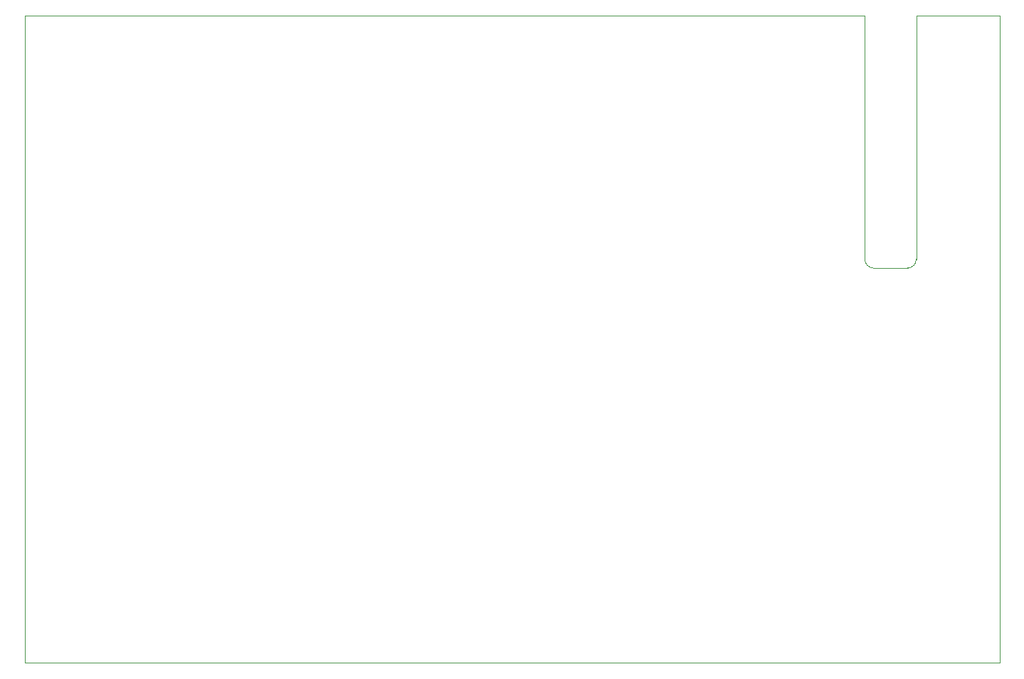
<source format=gm1>
G04 #@! TF.GenerationSoftware,KiCad,Pcbnew,7.0.10*
G04 #@! TF.CreationDate,2024-06-23T16:27:36+09:00*
G04 #@! TF.ProjectId,sss,7373732e-6b69-4636-9164-5f7063625858,rev?*
G04 #@! TF.SameCoordinates,Original*
G04 #@! TF.FileFunction,Profile,NP*
%FSLAX46Y46*%
G04 Gerber Fmt 4.6, Leading zero omitted, Abs format (unit mm)*
G04 Created by KiCad (PCBNEW 7.0.10) date 2024-06-23 16:27:36*
%MOMM*%
%LPD*%
G01*
G04 APERTURE LIST*
G04 #@! TA.AperFunction,Profile*
%ADD10C,0.050000*%
G04 #@! TD*
G04 APERTURE END LIST*
D10*
X25747847Y-25947595D02*
X125730339Y-25947595D01*
X131830339Y-25947595D02*
X141747847Y-25947595D01*
X130830339Y-55944314D02*
G75*
G03*
X131830339Y-54944316I1J999999D01*
G01*
X125730343Y-54944314D02*
G75*
G03*
X126730341Y-55944314I999998J-2D01*
G01*
X131830339Y-25947595D02*
X131830339Y-54944316D01*
X141747847Y-102947594D02*
X25747847Y-102947594D01*
X126730341Y-55944314D02*
X130830339Y-55944316D01*
X125730341Y-54944314D02*
X125730339Y-25947595D01*
X141747847Y-25947595D02*
X141747847Y-102947594D01*
X25747847Y-102947594D02*
X25747847Y-25947595D01*
M02*

</source>
